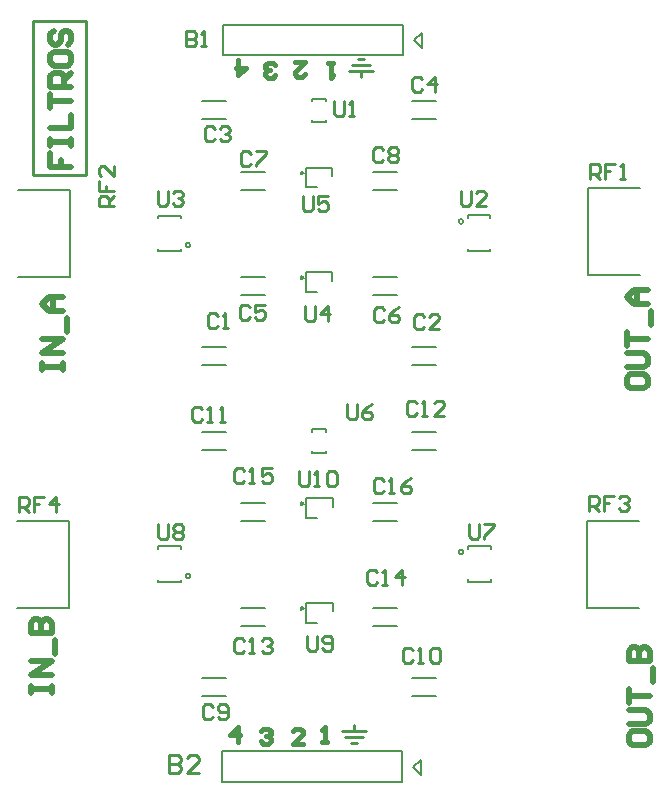
<source format=gto>
G04*
G04 #@! TF.GenerationSoftware,Altium Limited,Altium Designer,24.5.2 (23)*
G04*
G04 Layer_Color=65535*
%FSLAX25Y25*%
%MOIN*%
G70*
G04*
G04 #@! TF.SameCoordinates,E566BAFE-53A3-49A5-9EFE-4B06B608819B*
G04*
G04*
G04 #@! TF.FilePolarity,Positive*
G04*
G01*
G75*
%ADD10C,0.00500*%
%ADD11C,0.01000*%
%ADD12C,0.02000*%
%ADD13C,0.01500*%
D10*
X71516Y80315D02*
G03*
X71516Y80315I-787J0D01*
G01*
X162500Y198528D02*
G03*
X162500Y198528I-787J0D01*
G01*
X71457Y190591D02*
G03*
X71457Y190591I-787J0D01*
G01*
X162559Y88252D02*
G03*
X162559Y88252I-787J0D01*
G01*
X68366Y78347D02*
Y79134D01*
X60886Y78347D02*
X68366D01*
X60886D02*
Y79134D01*
Y89370D02*
Y90158D01*
X68366D01*
Y89370D02*
Y90158D01*
X204038Y180516D02*
Y209516D01*
X221538D01*
X204038Y180516D02*
X221538D01*
X203596Y69810D02*
Y98809D01*
X221096D01*
X203596Y69810D02*
X221096D01*
X31415Y180146D02*
Y209146D01*
X13915Y180146D02*
X31415D01*
X13915Y209146D02*
X31415D01*
X82187Y11595D02*
Y21910D01*
X145859Y16595D02*
X148359Y14095D01*
Y19095D01*
X145859Y16595D02*
X148359Y19095D01*
X142109Y11595D02*
Y21910D01*
X82187Y11595D02*
X142109D01*
X82187Y21910D02*
X142109D01*
X13654Y98516D02*
X31154D01*
X13654Y69516D02*
X31154D01*
Y98516D01*
X110039Y175039D02*
X113779D01*
X118898Y178779D02*
Y181535D01*
X110039D02*
X118898D01*
X110039Y175039D02*
Y181535D01*
X108366Y179370D02*
Y180157D01*
Y179370D02*
Y180157D01*
X109350Y179764D01*
X108366Y179370D02*
X109350Y179764D01*
X164075Y199709D02*
Y200496D01*
X171555D01*
Y199709D02*
Y200496D01*
Y188685D02*
Y189472D01*
X164075Y188685D02*
X171555D01*
X164075D02*
Y189472D01*
X132468Y174028D02*
X140469D01*
X132468Y180028D02*
X140469D01*
X88468Y174028D02*
X96469D01*
X88468Y180028D02*
X96469D01*
X110039Y209961D02*
X113779D01*
X118898Y213701D02*
Y216457D01*
X110039D02*
X118898D01*
X110039Y209961D02*
Y216457D01*
X108366Y214291D02*
Y215079D01*
Y214291D02*
Y215079D01*
X109350Y214685D01*
X108366Y214291D02*
X109350Y214685D01*
X132468Y209028D02*
X140469D01*
X132468Y215028D02*
X140469D01*
X88468Y209028D02*
X96469D01*
X88468Y215028D02*
X96469D01*
X145468Y232528D02*
X153469D01*
X145468Y238528D02*
X153469D01*
X112106Y238622D02*
Y239409D01*
X116831D01*
Y238622D02*
Y239409D01*
X112106Y231535D02*
Y232323D01*
Y231535D02*
X116831D01*
Y232323D01*
X75468Y232528D02*
X83469D01*
X75468Y238528D02*
X83469D01*
X68307Y199646D02*
Y200433D01*
X60827D02*
X68307D01*
X60827Y199646D02*
Y200433D01*
Y188622D02*
Y189409D01*
Y188622D02*
X68307D01*
Y189409D01*
X75528Y40252D02*
X83527D01*
X75528Y46252D02*
X83527D01*
X164134Y78409D02*
Y79197D01*
Y78409D02*
X171614D01*
Y79197D01*
Y89433D02*
Y90220D01*
X164134D02*
X171614D01*
X164134Y89433D02*
Y90220D01*
X108425Y69095D02*
X109409Y69488D01*
X108425Y69882D02*
X109409Y69488D01*
X108425Y69095D02*
Y69882D01*
Y69095D02*
Y69882D01*
X110098Y64764D02*
Y71260D01*
X118957D01*
Y68504D02*
Y71260D01*
X110098Y64764D02*
X113839D01*
X132527Y63752D02*
X140527D01*
X132527Y69752D02*
X140527D01*
X145528Y40252D02*
X153527D01*
X145528Y46252D02*
X153527D01*
X112165Y128402D02*
Y129189D01*
X116890D01*
Y128402D02*
Y129189D01*
X112165Y121315D02*
Y122102D01*
Y121315D02*
X116890D01*
Y122102D01*
X88528Y63752D02*
X96527D01*
X88528Y69752D02*
X96527D01*
X108425Y104036D02*
X109409Y104430D01*
X108425Y104824D02*
X109409Y104430D01*
X108425Y104036D02*
Y104824D01*
Y104036D02*
Y104824D01*
X110098Y99705D02*
Y106202D01*
X118957D01*
Y103446D02*
Y106202D01*
X110098Y99705D02*
X113839D01*
X88528Y98752D02*
X96527D01*
X88528Y104752D02*
X96527D01*
X132527Y98752D02*
X140527D01*
X132527Y104752D02*
X140527D01*
X145528Y122252D02*
X153527D01*
X145528Y128252D02*
X153527D01*
X145468Y150528D02*
X153469D01*
X145468Y156528D02*
X153469D01*
X75468Y150528D02*
X83469D01*
X75468Y156528D02*
X83469D01*
X75528Y122252D02*
X83527D01*
X75528Y128252D02*
X83527D01*
X82417Y253816D02*
Y264131D01*
X146088Y258816D02*
X148588Y256316D01*
Y261316D01*
X146088Y258816D02*
X148588Y261316D01*
X142338Y253816D02*
Y264131D01*
X82417Y253816D02*
X142338D01*
X82417Y264131D02*
X142338D01*
D11*
X18927Y213952D02*
X36828D01*
X18927Y265352D02*
X36828D01*
Y213952D02*
Y265352D01*
X18927Y213952D02*
Y265352D01*
X122069Y28603D02*
X129943D01*
X123054Y26635D02*
X128959D01*
X125022Y24666D02*
X126991D01*
X126006Y28603D02*
Y30572D01*
X128337Y246609D02*
Y248577D01*
X127353Y252514D02*
X129321D01*
X125384Y250546D02*
X131290D01*
X124400Y248577D02*
X132274D01*
X64473Y20579D02*
Y14581D01*
X67471D01*
X68471Y15580D01*
Y16580D01*
X67471Y17580D01*
X64473D01*
X67471D01*
X68471Y18579D01*
Y19579D01*
X67471Y20579D01*
X64473D01*
X74469Y14581D02*
X70470D01*
X74469Y18579D01*
Y19579D01*
X73470Y20579D01*
X71470D01*
X70470Y19579D01*
X107790Y115216D02*
Y111050D01*
X108623Y110217D01*
X110290D01*
X111123Y111050D01*
Y115216D01*
X112789Y110217D02*
X114455D01*
X113622D01*
Y115216D01*
X112789Y114382D01*
X116954D02*
X117787Y115216D01*
X119453D01*
X120286Y114382D01*
Y111050D01*
X119453Y110217D01*
X117787D01*
X116954Y111050D01*
Y114382D01*
X110480Y60373D02*
Y56208D01*
X111313Y55375D01*
X112979D01*
X113813Y56208D01*
Y60373D01*
X115479Y56208D02*
X116312Y55375D01*
X117978D01*
X118811Y56208D01*
Y59540D01*
X117978Y60373D01*
X116312D01*
X115479Y59540D01*
Y58707D01*
X116312Y57874D01*
X118811D01*
X60795Y97578D02*
Y93413D01*
X61628Y92580D01*
X63295D01*
X64128Y93413D01*
Y97578D01*
X65794Y96745D02*
X66627Y97578D01*
X68293D01*
X69126Y96745D01*
Y95912D01*
X68293Y95079D01*
X69126Y94246D01*
Y93413D01*
X68293Y92580D01*
X66627D01*
X65794Y93413D01*
Y94246D01*
X66627Y95079D01*
X65794Y95912D01*
Y96745D01*
X66627Y95079D02*
X68293D01*
X164496Y97759D02*
Y93594D01*
X165329Y92761D01*
X166995D01*
X167828Y93594D01*
Y97759D01*
X169494D02*
X172827D01*
Y96926D01*
X169494Y93594D01*
Y92761D01*
X123748Y137594D02*
Y133428D01*
X124581Y132595D01*
X126247D01*
X127080Y133428D01*
Y137594D01*
X132079D02*
X130413Y136761D01*
X128746Y135094D01*
Y133428D01*
X129579Y132595D01*
X131246D01*
X132079Y133428D01*
Y134261D01*
X131246Y135094D01*
X128746D01*
X108965Y206830D02*
Y202665D01*
X109798Y201832D01*
X111464D01*
X112297Y202665D01*
Y206830D01*
X117295D02*
X113963D01*
Y204331D01*
X115629Y205164D01*
X116462D01*
X117295Y204331D01*
Y202665D01*
X116462Y201832D01*
X114796D01*
X113963Y202665D01*
X109870Y170176D02*
Y166011D01*
X110703Y165178D01*
X112369D01*
X113202Y166011D01*
Y170176D01*
X117368Y165178D02*
Y170176D01*
X114868Y167677D01*
X118201D01*
X60719Y208653D02*
Y204487D01*
X61552Y203654D01*
X63218D01*
X64051Y204487D01*
Y208653D01*
X65717Y207820D02*
X66550Y208653D01*
X68217D01*
X69050Y207820D01*
Y206987D01*
X68217Y206153D01*
X67383D01*
X68217D01*
X69050Y205321D01*
Y204487D01*
X68217Y203654D01*
X66550D01*
X65717Y204487D01*
X161719Y208753D02*
Y204587D01*
X162552Y203754D01*
X164218D01*
X165051Y204587D01*
Y208753D01*
X170050Y203754D02*
X166717D01*
X170050Y207087D01*
Y207920D01*
X169217Y208753D01*
X167550D01*
X166717Y207920D01*
X119502Y238483D02*
Y234318D01*
X120335Y233485D01*
X122002D01*
X122835Y234318D01*
Y238483D01*
X124501Y233485D02*
X126167D01*
X125334D01*
Y238483D01*
X124501Y237650D01*
X14300Y101800D02*
Y106798D01*
X16799D01*
X17632Y105965D01*
Y104299D01*
X16799Y103466D01*
X14300D01*
X15966D02*
X17632Y101800D01*
X22631Y106798D02*
X19298D01*
Y104299D01*
X20965D01*
X19298D01*
Y101800D01*
X26796D02*
Y106798D01*
X24297Y104299D01*
X27629D01*
X204300Y102100D02*
Y107098D01*
X206799D01*
X207632Y106265D01*
Y104599D01*
X206799Y103766D01*
X204300D01*
X205966D02*
X207632Y102100D01*
X212631Y107098D02*
X209298D01*
Y104599D01*
X210964D01*
X209298D01*
Y102100D01*
X214297Y106265D02*
X215130Y107098D01*
X216796D01*
X217629Y106265D01*
Y105432D01*
X216796Y104599D01*
X215963D01*
X216796D01*
X217629Y103766D01*
Y102933D01*
X216796Y102100D01*
X215130D01*
X214297Y102933D01*
X45927Y203487D02*
X40928D01*
Y205987D01*
X41761Y206820D01*
X43428D01*
X44261Y205987D01*
Y203487D01*
Y205154D02*
X45927Y206820D01*
X40928Y211818D02*
Y208486D01*
X43428D01*
Y210152D01*
Y208486D01*
X45927D01*
Y216816D02*
Y213484D01*
X42595Y216816D01*
X41761D01*
X40928Y215983D01*
Y214317D01*
X41761Y213484D01*
X204800Y212800D02*
Y217798D01*
X207299D01*
X208132Y216965D01*
Y215299D01*
X207299Y214466D01*
X204800D01*
X206466D02*
X208132Y212800D01*
X213131Y217798D02*
X209798D01*
Y215299D01*
X211465D01*
X209798D01*
Y212800D01*
X214797D02*
X216463D01*
X215630D01*
Y217798D01*
X214797Y216965D01*
X70195Y261951D02*
Y256953D01*
X72694D01*
X73528Y257786D01*
Y258619D01*
X72694Y259452D01*
X70195D01*
X72694D01*
X73528Y260285D01*
Y261118D01*
X72694Y261951D01*
X70195D01*
X75194Y256953D02*
X76860D01*
X76027D01*
Y261951D01*
X75194Y261118D01*
X135951Y112120D02*
X135118Y112953D01*
X133452D01*
X132619Y112120D01*
Y108787D01*
X133452Y107954D01*
X135118D01*
X135951Y108787D01*
X137617Y107954D02*
X139283D01*
X138450D01*
Y112953D01*
X137617Y112120D01*
X145115Y112953D02*
X143449Y112120D01*
X141783Y110453D01*
Y108787D01*
X142616Y107954D01*
X144282D01*
X145115Y108787D01*
Y109620D01*
X144282Y110453D01*
X141783D01*
X89447Y115323D02*
X88614Y116156D01*
X86948D01*
X86115Y115323D01*
Y111991D01*
X86948Y111158D01*
X88614D01*
X89447Y111991D01*
X91113Y111158D02*
X92779D01*
X91946D01*
Y116156D01*
X91113Y115323D01*
X98611Y116156D02*
X95279D01*
Y113657D01*
X96945Y114490D01*
X97778D01*
X98611Y113657D01*
Y111991D01*
X97778Y111158D01*
X96112D01*
X95279Y111991D01*
X133887Y81528D02*
X133054Y82361D01*
X131388D01*
X130555Y81528D01*
Y78196D01*
X131388Y77363D01*
X133054D01*
X133887Y78196D01*
X135554Y77363D02*
X137220D01*
X136387D01*
Y82361D01*
X135554Y81528D01*
X142218Y77363D02*
Y82361D01*
X139719Y79862D01*
X143051D01*
X89565Y58753D02*
X88731Y59586D01*
X87065D01*
X86232Y58753D01*
Y55421D01*
X87065Y54587D01*
X88731D01*
X89565Y55421D01*
X91231Y54587D02*
X92897D01*
X92064D01*
Y59586D01*
X91231Y58753D01*
X95396D02*
X96229Y59586D01*
X97895D01*
X98728Y58753D01*
Y57920D01*
X97895Y57087D01*
X97062D01*
X97895D01*
X98728Y56254D01*
Y55421D01*
X97895Y54587D01*
X96229D01*
X95396Y55421D01*
X147065Y137918D02*
X146231Y138751D01*
X144565D01*
X143732Y137918D01*
Y134586D01*
X144565Y133753D01*
X146231D01*
X147065Y134586D01*
X148731Y133753D02*
X150397D01*
X149564D01*
Y138751D01*
X148731Y137918D01*
X156228Y133753D02*
X152896D01*
X156228Y137085D01*
Y137918D01*
X155395Y138751D01*
X153729D01*
X152896Y137918D01*
X75437Y135918D02*
X74604Y136751D01*
X72938D01*
X72105Y135918D01*
Y132586D01*
X72938Y131753D01*
X74604D01*
X75437Y132586D01*
X77103Y131753D02*
X78769D01*
X77936D01*
Y136751D01*
X77103Y135918D01*
X81269Y131753D02*
X82935D01*
X82102D01*
Y136751D01*
X81269Y135918D01*
X145588Y55587D02*
X144755Y56420D01*
X143089D01*
X142256Y55587D01*
Y52255D01*
X143089Y51422D01*
X144755D01*
X145588Y52255D01*
X147254Y51422D02*
X148921D01*
X148087D01*
Y56420D01*
X147254Y55587D01*
X151420D02*
X152253Y56420D01*
X153919D01*
X154752Y55587D01*
Y52255D01*
X153919Y51422D01*
X152253D01*
X151420Y52255D01*
Y55587D01*
X79049Y36705D02*
X78216Y37539D01*
X76550D01*
X75717Y36705D01*
Y33373D01*
X76550Y32540D01*
X78216D01*
X79049Y33373D01*
X80715D02*
X81548Y32540D01*
X83214D01*
X84047Y33373D01*
Y36705D01*
X83214Y37539D01*
X81548D01*
X80715Y36705D01*
Y35872D01*
X81548Y35039D01*
X84047D01*
X135851Y222420D02*
X135018Y223253D01*
X133352D01*
X132519Y222420D01*
Y219087D01*
X133352Y218254D01*
X135018D01*
X135851Y219087D01*
X137517Y222420D02*
X138350Y223253D01*
X140016D01*
X140849Y222420D01*
Y221587D01*
X140016Y220754D01*
X140849Y219920D01*
Y219087D01*
X140016Y218254D01*
X138350D01*
X137517Y219087D01*
Y219920D01*
X138350Y220754D01*
X137517Y221587D01*
Y222420D01*
X138350Y220754D02*
X140016D01*
X91687Y221115D02*
X90854Y221948D01*
X89187D01*
X88354Y221115D01*
Y217783D01*
X89187Y216950D01*
X90854D01*
X91687Y217783D01*
X93353Y221948D02*
X96685D01*
Y221115D01*
X93353Y217783D01*
Y216950D01*
X136108Y169087D02*
X135275Y169921D01*
X133609D01*
X132776Y169087D01*
Y165755D01*
X133609Y164922D01*
X135275D01*
X136108Y165755D01*
X141106Y169921D02*
X139440Y169087D01*
X137774Y167421D01*
Y165755D01*
X138607Y164922D01*
X140273D01*
X141106Y165755D01*
Y166588D01*
X140273Y167421D01*
X137774D01*
X91242Y169954D02*
X90409Y170787D01*
X88743D01*
X87910Y169954D01*
Y166621D01*
X88743Y165788D01*
X90409D01*
X91242Y166621D01*
X96240Y170787D02*
X92908D01*
Y168287D01*
X94574Y169121D01*
X95407D01*
X96240Y168287D01*
Y166621D01*
X95407Y165788D01*
X93741D01*
X92908Y166621D01*
X148851Y245920D02*
X148018Y246753D01*
X146352D01*
X145519Y245920D01*
Y242587D01*
X146352Y241754D01*
X148018D01*
X148851Y242587D01*
X153016Y241754D02*
Y246753D01*
X150517Y244253D01*
X153849D01*
X79620Y229320D02*
X78787Y230153D01*
X77121D01*
X76287Y229320D01*
Y225987D01*
X77121Y225154D01*
X78787D01*
X79620Y225987D01*
X81286Y229320D02*
X82119Y230153D01*
X83785D01*
X84618Y229320D01*
Y228487D01*
X83785Y227654D01*
X82952D01*
X83785D01*
X84618Y226820D01*
Y225987D01*
X83785Y225154D01*
X82119D01*
X81286Y225987D01*
X149462Y166666D02*
X148629Y167499D01*
X146963D01*
X146130Y166666D01*
Y163334D01*
X146963Y162501D01*
X148629D01*
X149462Y163334D01*
X154461Y162501D02*
X151128D01*
X154461Y165833D01*
Y166666D01*
X153628Y167499D01*
X151961D01*
X151128Y166666D01*
X80728Y167107D02*
X79895Y167940D01*
X78229D01*
X77396Y167107D01*
Y163775D01*
X78229Y162942D01*
X79895D01*
X80728Y163775D01*
X82394Y162942D02*
X84061D01*
X83227D01*
Y167940D01*
X82394Y167107D01*
D12*
X24827Y221317D02*
Y216652D01*
X28326D01*
Y218985D01*
Y216652D01*
X31825D01*
X24827Y223650D02*
Y225982D01*
Y224816D01*
X31825D01*
Y223650D01*
Y225982D01*
X24827Y229481D02*
X31825D01*
Y234146D01*
X24827Y236479D02*
Y241144D01*
Y238811D01*
X31825D01*
Y243477D02*
X24827D01*
Y246975D01*
X25994Y248142D01*
X28326D01*
X29493Y246975D01*
Y243477D01*
Y245809D02*
X31825Y248142D01*
X24827Y253973D02*
Y251641D01*
X25994Y250474D01*
X30659D01*
X31825Y251641D01*
Y253973D01*
X30659Y255139D01*
X25994D01*
X24827Y253973D01*
X25994Y262137D02*
X24827Y260971D01*
Y258638D01*
X25994Y257472D01*
X27160D01*
X28326Y258638D01*
Y260971D01*
X29493Y262137D01*
X30659D01*
X31825Y260971D01*
Y258638D01*
X30659Y257472D01*
X22128Y148852D02*
Y151184D01*
Y150018D01*
X29125D01*
Y148852D01*
Y151184D01*
Y154683D02*
X22128D01*
X29125Y159349D01*
X22128D01*
X30292Y161681D02*
Y166346D01*
X29125Y168679D02*
X24460D01*
X22128Y171011D01*
X24460Y173344D01*
X29125D01*
X25626D01*
Y168679D01*
X18327Y41352D02*
Y43685D01*
Y42518D01*
X25325D01*
Y41352D01*
Y43685D01*
Y47183D02*
X18327D01*
X25325Y51849D01*
X18327D01*
X26492Y54181D02*
Y58846D01*
X18327Y61179D02*
X25325D01*
Y64678D01*
X24159Y65844D01*
X22993D01*
X21826Y64678D01*
Y61179D01*
Y64678D01*
X20660Y65844D01*
X19494D01*
X18327Y64678D01*
Y61179D01*
X216921Y146444D02*
Y144111D01*
X218088Y142945D01*
X222753D01*
X223919Y144111D01*
Y146444D01*
X222753Y147610D01*
X218088D01*
X216921Y146444D01*
Y149943D02*
X222753D01*
X223919Y151109D01*
Y153442D01*
X222753Y154608D01*
X216921D01*
Y156940D02*
Y161606D01*
Y159273D01*
X223919D01*
X225085Y163938D02*
Y168603D01*
X223919Y170936D02*
X219254D01*
X216921Y173268D01*
X219254Y175601D01*
X223919D01*
X220420D01*
Y170936D01*
X217628Y27351D02*
Y25018D01*
X218794Y23852D01*
X223459D01*
X224625Y25018D01*
Y27351D01*
X223459Y28517D01*
X218794D01*
X217628Y27351D01*
Y30850D02*
X223459D01*
X224625Y32016D01*
Y34349D01*
X223459Y35515D01*
X217628D01*
Y37848D02*
Y42513D01*
Y40180D01*
X224625D01*
X225792Y44845D02*
Y49510D01*
X217628Y51843D02*
X224625D01*
Y55342D01*
X223459Y56508D01*
X222293D01*
X221126Y55342D01*
Y51843D01*
Y55342D01*
X219960Y56508D01*
X218794D01*
X217628Y55342D01*
Y51843D01*
D13*
X87250Y24861D02*
Y29859D01*
X84750Y27360D01*
X88083D01*
X94987Y28632D02*
X95820Y29465D01*
X97486D01*
X98319Y28632D01*
Y27799D01*
X97486Y26966D01*
X96653D01*
X97486D01*
X98319Y26133D01*
Y25300D01*
X97486Y24467D01*
X95820D01*
X94987Y25300D01*
X108949Y24467D02*
X105616D01*
X108949Y27799D01*
Y28632D01*
X108116Y29465D01*
X106450D01*
X105616Y28632D01*
X115459Y24861D02*
X117125D01*
X116292D01*
Y29859D01*
X115459Y29026D01*
X87527Y252162D02*
Y247164D01*
X90026Y249663D01*
X86694D01*
X99869Y247209D02*
X99035Y246376D01*
X97369D01*
X96536Y247209D01*
Y248042D01*
X97369Y248876D01*
X98202D01*
X97369D01*
X96536Y249709D01*
Y250542D01*
X97369Y251375D01*
X99035D01*
X99869Y250542D01*
X106379Y251768D02*
X109711D01*
X106379Y248436D01*
Y247603D01*
X107212Y246770D01*
X108878D01*
X109711Y247603D01*
X119160Y251375D02*
X117494D01*
X118327D01*
Y246376D01*
X119160Y247209D01*
M02*

</source>
